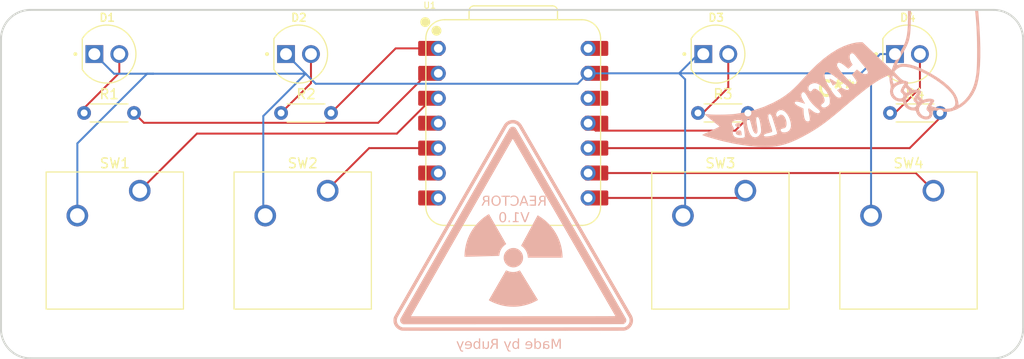
<source format=kicad_pcb>
(kicad_pcb (version 20241229) (generator "pcbnew") (generator_version "9.0")
  (layers (0 "F.Cu" signal) (2 "B.Cu" signal) (13 "F.Paste" user) (15 "B.Paste" user) (5 "F.SilkS" user "F.Silkscreen") (7 "B.SilkS" user "B.Silkscreen") (1 "F.Mask" user) (3 "B.Mask" user) (25 "Edge.Cuts" user))
  (net 0 "")
  (net 1 "GND")
  (net 2 "Net-(D1-PadA)")
  (net 3 "Net-(D2-PadA)")
  (net 4 "Net-(D3-PadA)")
  (net 5 "Net-(D4-PadA)")
  (net 6 "LED1")
  (net 7 "LED2")
  (net 8 "LED3")
  (net 9 "LED4")
  (net 10 "button1")
  (net 11 "button2")
  (net 12 "button3")
  (net 13 "button4")
  (footprint "footprints:XIAO-RP2040-DIP" (layer "F.Cu") (at 133.62 89.04)
    (property "Reference" "U1" (at -8.5 -12 0) (layer "F.SilkS") (effects (font (size 0.635 0.635) (thickness 0.1016))))
    (property "Value" "XIAO-RP2040-DIP")
    (pad "1" smd roundrect (at -8.455 -7.62 180) (size 2.432 1.524) (layers "F.Cu" "F.Mask") (roundrect_rratio 0.1) (net 7 "LED2"))
    (pad "1" thru_hole circle (at -7.62 -7.62 180) (size 1.524 1.524) (drill 0.889) (layers "*.Cu" "*.Mask") (net 7 "LED2"))
    (pad "2" smd roundrect (at -8.455 -5.08 180) (size 2.432 1.524) (layers "F.Cu" "F.Mask") (roundrect_rratio 0.1) (net 6 "LED1"))
    (pad "2" thru_hole circle (at -7.62 -5.08 180) (size 1.524 1.524) (drill 0.889) (layers "*.Cu" "*.Mask") (net 6 "LED1"))
    (pad "3" smd roundrect (at -8.455 -2.54 180) (size 2.432 1.524) (layers "F.Cu" "F.Mask") (roundrect_rratio 0.1) (net 10 "button1"))
    (pad "3" thru_hole circle (at -7.62 -2.54 180) (size 1.524 1.524) (drill 0.889) (layers "*.Cu" "*.Mask") (net 10 "button1"))
    (pad "4" smd roundrect (at -8.455 0 180) (size 2.432 1.524) (layers "F.Cu" "F.Mask") (roundrect_rratio 0.1))
    (pad "4" thru_hole circle (at -7.62 0 180) (size 1.524 1.524) (drill 0.889) (layers "*.Cu" "*.Mask"))
    (pad "5" smd roundrect (at -8.455 2.54 180) (size 2.432 1.524) (layers "F.Cu" "F.Mask") (roundrect_rratio 0.1) (net 11 "button2"))
    (pad "5" thru_hole circle (at -7.62 2.54 180) (size 1.524 1.524) (drill 0.889) (layers "*.Cu" "*.Mask") (net 11 "button2"))
    (pad "6" smd roundrect (at -8.455 5.08 180) (size 2.432 1.524) (layers "F.Cu" "F.Mask") (roundrect_rratio 0.1))
    (pad "6" thru_hole circle (at -7.62 5.08 180) (size 1.524 1.524) (drill 0.889) (layers "*.Cu" "*.Mask"))
    (pad "7" smd roundrect (at -8.455 7.62 180) (size 2.432 1.524) (layers "F.Cu" "F.Mask") (roundrect_rratio 0.1))
    (pad "7" thru_hole circle (at -7.62 7.62 180) (size 1.524 1.524) (drill 0.889) (layers "*.Cu" "*.Mask"))
    (pad "8" thru_hole circle (at 7.62 7.62) (size 1.524 1.524) (drill 0.889) (layers "*.Cu" "*.Mask") (net 12 "button3"))
    (pad "8" smd roundrect (at 8.455 7.62) (size 2.432 1.524) (layers "F.Cu" "F.Mask") (roundrect_rratio 0.1) (net 12 "button3"))
    (pad "9" thru_hole circle (at 7.62 5.08) (size 1.524 1.524) (drill 0.889) (layers "*.Cu" "*.Mask") (net 13 "button4"))
    (pad "9" smd roundrect (at 8.455 5.08) (size 2.432 1.524) (layers "F.Cu" "F.Mask") (roundrect_rratio 0.1) (net 13 "button4"))
    (pad "10" thru_hole circle (at 7.62 2.54) (size 1.524 1.524) (drill 0.889) (layers "*.Cu" "*.Mask") (net 9 "LED4"))
    (pad "10" smd roundrect (at 8.455 2.54) (size 2.432 1.524) (layers "F.Cu" "F.Mask") (roundrect_rratio 0.1) (net 9 "LED4"))
    (pad "11" thru_hole circle (at 7.62 0) (size 1.524 1.524) (drill 0.889) (layers "*.Cu" "*.Mask") (net 8 "LED3"))
    (pad "11" smd roundrect (at 8.455 0) (size 2.432 1.524) (layers "F.Cu" "F.Mask") (roundrect_rratio 0.1) (net 8 "LED3"))
    (pad "12" thru_hole circle (at 7.62 -2.54) (size 1.524 1.524) (drill 0.889) (layers "*.Cu" "*.Mask"))
    (pad "12" smd roundrect (at 8.455 -2.54) (size 2.432 1.524) (layers "F.Cu" "F.Mask") (roundrect_rratio 0.1))
    (pad "13" thru_hole circle (at 7.62 -5.08) (size 1.524 1.524) (drill 0.889) (layers "*.Cu" "*.Mask") (net 1 "GND"))
    (pad "13" smd roundrect (at 8.455 -5.08) (size 2.432 1.524) (layers "F.Cu" "F.Mask") (roundrect_rratio 0.1) (net 1 "GND"))
    (pad "14" thru_hole circle (at 7.62 -7.62) (size 1.524 1.524) (drill 0.889) (layers "*.Cu" "*.Mask"))
    (pad "14" smd roundrect (at 8.455 -7.62) (size 2.432 1.524) (layers "F.Cu" "F.Mask") (roundrect_rratio 0.1))
  )
  (footprint "footprints:LEDRD254W57D500H1070" (layer "F.Cu") (at 92.27 82)
    (property "Reference" "D1" (at 0.04 -3.708 0) (layer "F.SilkS") (effects (font (size 0.8 0.8))))
    (property "Value" "L08R5000Q1")
    (pad "A" thru_hole circle (at 1.27 0) (size 1.815 1.815) (drill 1.21) (layers "*.Cu" "*.Mask") (net 2 "Net-(D1-PadA)"))
    (pad "C" thru_hole rect (at -1.27 0) (size 1.815 1.815) (drill 1.21) (layers "*.Cu" "*.Mask") (net 1 "GND"))
  )
  (footprint "Resistor_THT:R_Axial_DIN0204_L3.6mm_D1.6mm_P5.08mm_Horizontal" (layer "F.Cu") (at 89.96 88)
    (property "Reference" "R1" (at 2.54 -1.92 0) (layer "F.SilkS"))
    (property "Value" "R")
    (pad "1" thru_hole circle (at 0 0) (size 1.4 1.4) (drill 0.7) (layers "*.Cu" "*.Mask") (net 2 "Net-(D1-PadA)"))
    (pad "2" thru_hole circle (at 5.08 0) (size 1.4 1.4) (drill 0.7) (layers "*.Cu" "*.Mask") (net 6 "LED1"))
  )
  (footprint "footprints:SW_Cherry_MX_1.00u_PCB_Rubey" (layer "F.Cu") (at 114.74 95.92)
    (property "Reference" "SW2" (at -2.54 -2.794 0) (layer "F.SilkS"))
    (property "Value" "SW_Push")
    (pad "" np_thru_hole circle (at -7.62 5.08) (size 1.7 1.7) (drill 1.7) (layers "*.Cu" "*.Mask"))
    (pad "" np_thru_hole circle (at -2.54 5.08) (size 4 4) (drill 4) (layers "*.Cu" "*.Mask"))
    (pad "" np_thru_hole circle (at 2.54 5.08) (size 1.7 1.7) (drill 1.7) (layers "*.Cu" "*.Mask"))
    (pad "1" thru_hole circle (at 0 0) (size 2.2 2.2) (drill 1.5) (layers "*.Cu" "*.Mask") (net 11 "button2"))
    (pad "2" thru_hole circle (at -6.35 2.54) (size 2.2 2.2) (drill 1.5) (layers "*.Cu" "*.Mask") (net 1 "GND"))
  )
  (footprint "Resistor_THT:R_Axial_DIN0204_L3.6mm_D1.6mm_P5.08mm_Horizontal" (layer "F.Cu") (at 110 88)
    (property "Reference" "R2" (at 2.54 -1.92 0) (layer "F.SilkS"))
    (property "Value" "R")
    (pad "1" thru_hole circle (at 0 0) (size 1.4 1.4) (drill 0.7) (layers "*.Cu" "*.Mask") (net 3 "Net-(D2-PadA)"))
    (pad "2" thru_hole circle (at 5.08 0) (size 1.4 1.4) (drill 0.7) (layers "*.Cu" "*.Mask") (net 7 "LED2"))
  )
  (footprint "footprints:LEDRD254W57D500H1070" (layer "F.Cu") (at 173.73 82)
    (property "Reference" "D4" (at 0.04 -3.708 0) (layer "F.SilkS") (effects (font (size 0.8 0.8))))
    (property "Value" "L08R5000Q1")
    (pad "A" thru_hole circle (at 1.27 0) (size 1.815 1.815) (drill 1.21) (layers "*.Cu" "*.Mask") (net 5 "Net-(D4-PadA)"))
    (pad "C" thru_hole rect (at -1.27 0) (size 1.815 1.815) (drill 1.21) (layers "*.Cu" "*.Mask") (net 1 "GND"))
  )
  (footprint "footprints:SW_Cherry_MX_1.00u_PCB_Rubey" (layer "F.Cu") (at 95.62 95.92)
    (property "Reference" "SW1" (at -2.54 -2.794 0) (layer "F.SilkS"))
    (property "Value" "SW_Push")
    (pad "" np_thru_hole circle (at -7.62 5.08) (size 1.7 1.7) (drill 1.7) (layers "*.Cu" "*.Mask"))
    (pad "" np_thru_hole circle (at -2.54 5.08) (size 4 4) (drill 4) (layers "*.Cu" "*.Mask"))
    (pad "" np_thru_hole circle (at 2.54 5.08) (size 1.7 1.7) (drill 1.7) (layers "*.Cu" "*.Mask"))
    (pad "1" thru_hole circle (at 0 0) (size 2.2 2.2) (drill 1.5) (layers "*.Cu" "*.Mask") (net 10 "button1"))
    (pad "2" thru_hole circle (at -6.35 2.54) (size 2.2 2.2) (drill 1.5) (layers "*.Cu" "*.Mask") (net 1 "GND"))
  )
  (footprint "footprints:SW_Cherry_MX_1.00u_PCB_Rubey" (layer "F.Cu") (at 157.24 95.92)
    (property "Reference" "SW3" (at -2.54 -2.794 0) (layer "F.SilkS"))
    (property "Value" "SW_Push")
    (pad "" np_thru_hole circle (at -7.62 5.08) (size 1.7 1.7) (drill 1.7) (layers "*.Cu" "*.Mask"))
    (pad "" np_thru_hole circle (at -2.54 5.08) (size 4 4) (drill 4) (layers "*.Cu" "*.Mask"))
    (pad "" np_thru_hole circle (at 2.54 5.08) (size 1.7 1.7) (drill 1.7) (layers "*.Cu" "*.Mask"))
    (pad "1" thru_hole circle (at 0 0) (size 2.2 2.2) (drill 1.5) (layers "*.Cu" "*.Mask") (net 12 "button3"))
    (pad "2" thru_hole circle (at -6.35 2.54) (size 2.2 2.2) (drill 1.5) (layers "*.Cu" "*.Mask") (net 1 "GND"))
  )
  (footprint "Resistor_THT:R_Axial_DIN0204_L3.6mm_D1.6mm_P5.08mm_Horizontal" (layer "F.Cu") (at 152.42 88)
    (property "Reference" "R3" (at 2.54 -1.92 0) (layer "F.SilkS"))
    (property "Value" "R")
    (pad "1" thru_hole circle (at 0 0) (size 1.4 1.4) (drill 0.7) (layers "*.Cu" "*.Mask") (net 4 "Net-(D3-PadA)"))
    (pad "2" thru_hole circle (at 5.08 0) (size 1.4 1.4) (drill 0.7) (layers "*.Cu" "*.Mask") (net 8 "LED3"))
  )
  (footprint "footprints:SW_Cherry_MX_1.00u_PCB_Rubey" (layer "F.Cu") (at 176.38 95.92)
    (property "Reference" "SW4" (at -2.54 -2.794 0) (layer "F.SilkS"))
    (property "Value" "SW_Push")
    (pad "" np_thru_hole circle (at -7.62 5.08) (size 1.7 1.7) (drill 1.7) (layers "*.Cu" "*.Mask"))
    (pad "" np_thru_hole circle (at -2.54 5.08) (size 4 4) (drill 4) (layers "*.Cu" "*.Mask"))
    (pad "" np_thru_hole circle (at 2.54 5.08) (size 1.7 1.7) (drill 1.7) (layers "*.Cu" "*.Mask"))
    (pad "1" thru_hole circle (at 0 0) (size 2.2 2.2) (drill 1.5) (layers "*.Cu" "*.Mask") (net 13 "button4"))
    (pad "2" thru_hole circle (at -6.35 2.54) (size 2.2 2.2) (drill 1.5) (layers "*.Cu" "*.Mask") (net 1 "GND"))
  )
  (footprint "footprints:LEDRD254W57D500H1070" (layer "F.Cu") (at 111.77 82)
    (property "Reference" "D2" (at 0.04 -3.708 0) (layer "F.SilkS") (effects (font (size 0.8 0.8))))
    (property "Value" "L08R5000Q1")
    (pad "A" thru_hole circle (at 1.27 0) (size 1.815 1.815) (drill 1.21) (layers "*.Cu" "*.Mask") (net 3 "Net-(D2-PadA)"))
    (pad "C" thru_hole rect (at -1.27 0) (size 1.815 1.815) (drill 1.21) (layers "*.Cu" "*.Mask") (net 1 "GND"))
  )
  (footprint "footprints:LEDRD254W57D500H1070" (layer "F.Cu") (at 154.23 82)
    (property "Reference" "D3" (at 0.04 -3.708 0) (layer "F.SilkS") (effects (font (size 0.8 0.8))))
    (property "Value" "L08R5000Q1")
    (pad "A" thru_hole circle (at 1.27 0) (size 1.815 1.815) (drill 1.21) (layers "*.Cu" "*.Mask") (net 4 "Net-(D3-PadA)"))
    (pad "C" thru_hole rect (at -1.27 0) (size 1.815 1.815) (drill 1.21) (layers "*.Cu" "*.Mask") (net 1 "GND"))
  )
  (footprint "Resistor_THT:R_Axial_DIN0204_L3.6mm_D1.6mm_P5.08mm_Horizontal" (layer "F.Cu") (at 171.96 88)
    (property "Reference" "R4" (at 2.54 -1.92 0) (layer "F.SilkS"))
    (property "Value" "R")
    (pad "1" thru_hole circle (at 0 0) (size 1.4 1.4) (drill 0.7) (layers "*.Cu" "*.Mask") (net 5 "Net-(D4-PadA)"))
    (pad "2" thru_hole circle (at 5.08 0) (size 1.4 1.4) (drill 0.7) (layers "*.Cu" "*.Mask") (net 9 "LED4"))
  )
  (footprint "KiCAD_models:ReactorSign" (layer "B.Cu") (at 133.62 99.454 180)
    (property "Reference" "G***" (hide yes))
    (property "Value" "LOGO" (hide yes))
  )
  (footprint "KiCAD_models:OrpheusFlag" (layer "B.Cu") (at 167.075723 85.541005 180)
    (property "Reference" "G***" (at 0 0 0) (layer "F.SilkS") (effects (font (size 1.5 1.5) (thickness 0.3))))
    (property "Value" "LOGO" (hide yes))
  )
  (gr_line (start 81.5 110) (end 81.5 80.5) (stroke (width 0.2)) (layer "Edge.Cuts"))
  (gr_line (start 182.5 113) (end 84.5 113) (stroke (width 0.2)) (layer "Edge.Cuts"))
  (gr_line (start 84.5 77.5) (end 182.5 77.5) (stroke (width 0.2)) (layer "Edge.Cuts"))
  (gr_line (start 185.5 80.5) (end 185.5 110) (stroke (width 0.2)) (layer "Edge.Cuts"))
  (gr_arc (start 84.5 113) (mid 82.37868 112.12132) (end 81.5 110) (stroke (width 0.2)) (layer "Edge.Cuts"))
  (gr_arc (start 185.5 110) (mid 184.62132 112.12132) (end 182.5 113) (stroke (width 0.2)) (layer "Edge.Cuts"))
  (gr_arc (start 81.5 80.5) (mid 82.37868 78.37868) (end 84.5 77.5) (stroke (width 0.2)) (layer "Edge.Cuts"))
  (gr_arc (start 182.5 77.5) (mid 184.62132 78.37868) (end 185.5 80.5) (stroke (width 0.2)) (layer "Edge.Cuts"))
  (gr_text "Made by Rubey" (at 138.6 112.2 0) (layer "B.SilkS") (effects (font (size 1 1) (thickness 0.1)) (justify left bottom mirror)))
  (gr_text "REACTOR\nV1.0" (at 133.7 99.3 0) (layer "B.SilkS") (effects (font (size 1 1) (thickness 0.1)) (justify bottom mirror)))
  (segment (start 170.03 98.46) (end 170.03 84.99) (width 0.2) (layer "B.Cu") (net 1))
  (segment (start 151.11 98.46) (end 151.11 84.57) (width 0.2) (layer "B.Cu") (net 1))
  (segment (start 89.27 91.104) (end 89.27 98.46) (width 0.2) (layer "B.Cu") (net 1))
  (segment (start 113.523 85.023) (end 140.177 85.023) (width 0.2) (layer "B.Cu") (net 1))
  (segment (start 91 82) (end 93 84) (width 0.2) (layer "B.Cu") (net 1))
  (segment (start 108.19 98.46) (end 108.19 88.31) (width 0.2) (layer "B.Cu") (net 1))
  (segment (start 97 84) (end 112.5 84) (width 0.2) (layer "B.Cu") (net 1))
  (segment (start 108.19 88.31) (end 112.5 84) (width 0.2) (layer "B.Cu") (net 1))
  (segment (start 96.374 84) (end 97 84) (width 0.2) (layer "B.Cu") (net 1))
  (segment (start 93 84) (end 97 84) (width 0.2) (layer "B.Cu") (net 1))
  (segment (start 110.5 82) (end 112.5 84) (width 0.2) (layer "B.Cu") (net 1))
  (segment (start 151.11 84.57) (end 150.5 83.96) (width 0.2) (layer "B.Cu") (net 1))
  (segment (start 112.5 84) (end 113.523 85.023) (width 0.2) (layer "B.Cu") (net 1))
  (segment (start 150.5 83.96) (end 152.96 81.5) (width 0.2) (layer "B.Cu") (net 1))
  (segment (start 172.46 82) (end 170.96 82) (width 0.2) (layer "B.Cu") (net 1))
  (segment (start 150.5 83.96) (end 169 83.96) (width 0.2) (layer "B.Cu") (net 1))
  (segment (start 170.03 84.99) (end 169 83.96) (width 0.2) (layer "B.Cu") (net 1))
  (segment (start 89.27 91.104) (end 96.374 84) (width 0.2) (layer "B.Cu") (net 1))
  (segment (start 141.24 83.96) (end 150.5 83.96) (width 0.2) (layer "B.Cu") (net 1))
  (segment (start 140.177 85.023) (end 141.24 83.96) (width 0.2) (layer "B.Cu") (net 1))
  (segment (start 170.96 82) (end 169 83.96) (width 0.2) (layer "B.Cu") (net 1))
  (segment (start 93.54 83.92) (end 89.96 87.5) (width 0.2) (layer "F.Cu") (net 2))
  (segment (start 93.54 81.5) (end 93.54 83.92) (width 0.2) (layer "F.Cu") (net 2))
  (segment (start 113.04 84.96) (end 110 88) (width 0.2) (layer "F.Cu") (net 3))
  (segment (start 113.04 82) (end 113.04 84.96) (width 0.2) (layer "F.Cu") (net 3))
  (segment (start 155.5 81.5) (end 155.5 85.42) (width 0.2) (layer "F.Cu") (net 4))
  (segment (start 155.5 85.42) (end 152.42 88.5) (width 0.2) (layer "F.Cu") (net 4))
  (segment (start 175 82) (end 175 85.46) (width 0.2) (layer "F.Cu") (net 5))
  (segment (start 175 85.46) (end 171.96 88.5) (width 0.2) (layer "F.Cu") (net 5))
  (segment (start 95.04 88) (end 96.041 89.001) (width 0.2) (layer "F.Cu") (net 6))
  (segment (start 119.88137 89.001) (end 124.92237 83.96) (width 0.2) (layer "F.Cu") (net 6))
  (segment (start 124.92237 83.96) (end 126 83.96) (width 0.2) (layer "F.Cu") (net 6))
  (segment (start 96.041 89.001) (end 119.88137 89.001) (width 0.2) (layer "F.Cu") (net 6))
  (segment (start 121.66 81.42) (end 126 81.42) (width 0.2) (layer "F.Cu") (net 7))
  (segment (start 115.08 88) (end 121.66 81.42) (width 0.2) (layer "F.Cu") (net 7))
  (segment (start 156.198 89.802) (end 142.001999 89.801999) (width 0.2) (layer "F.Cu") (net 8))
  (segment (start 157.5 88.5) (end 156.198 89.802) (width 0.2) (layer "F.Cu") (net 8))
  (segment (start 142.001999 89.801999) (end 141.24 89.04) (width 0.2) (layer "F.Cu") (net 8))
  (segment (start 177.04 88.5) (end 173.96 91.58) (width 0.2) (layer "F.Cu") (net 9))
  (segment (start 173.96 91.58) (end 141.24 91.58) (width 0.2) (layer "F.Cu") (net 9))
  (segment (start 101.437 90.103) (end 121.783374 90.103) (width 0.2) (layer "F.Cu") (net 10))
  (segment (start 121.783374 90.103) (end 125.386374 86.5) (width 0.2) (layer "F.Cu") (net 10))
  (segment (start 95.62 95.92) (end 101.437 90.103) (width 0.2) (layer "F.Cu") (net 10))
  (segment (start 125.386374 86.5) (end 126 86.5) (width 0.2) (layer "F.Cu") (net 10))
  (segment (start 118.96 91.58) (end 126 91.58) (width 0.2) (layer "F.Cu") (net 11))
  (segment (start 114.62 95.92) (end 118.96 91.58) (width 0.2) (layer "F.Cu") (net 11))
  (segment (start 157.46 95.92) (end 156.72 96.66) (width 0.2) (layer "F.Cu") (net 12))
  (segment (start 156.72 96.66) (end 142.075 96.66) (width 0.2) (layer "F.Cu") (net 12))
  (segment (start 174.58 94.12) (end 142.075 94.12) (width 0.2) (layer "F.Cu") (net 13))
  (segment (start 176.38 95.92) (end 174.58 94.12) (width 0.2) (layer "F.Cu") (net 13))
)
</source>
